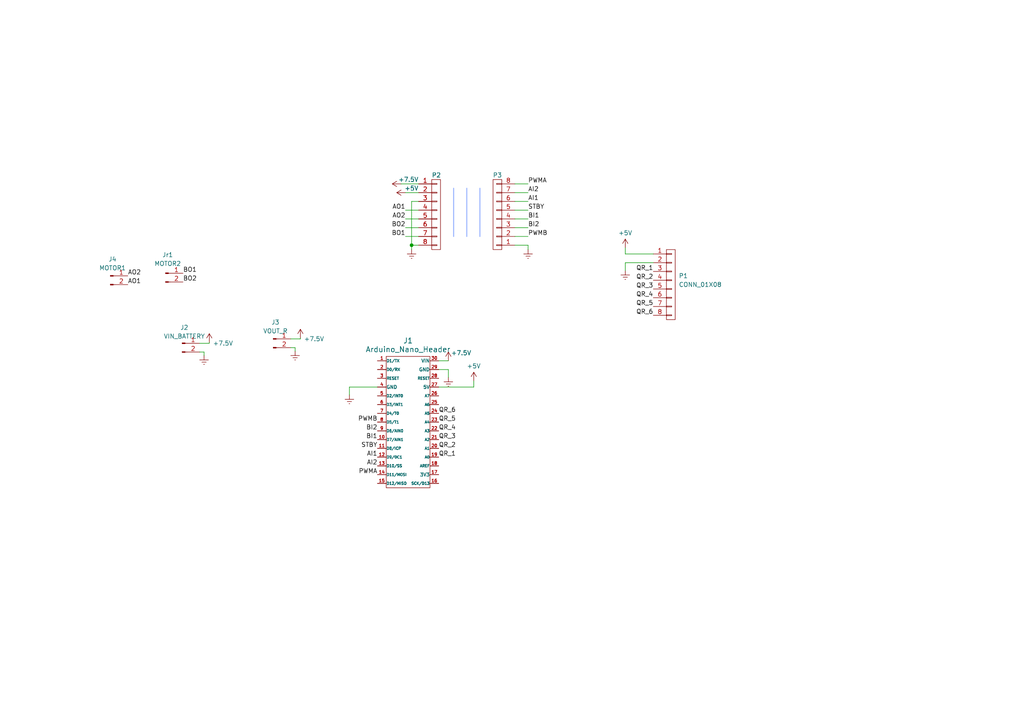
<source format=kicad_sch>
(kicad_sch (version 20230121) (generator eeschema)
  (paper "A4")
  (lib_symbols
    (symbol "Connector:Conn_01x02_Pin" (pin_names (offset 1.016) hide)
      (property "Reference" "J" (at 0 2.54 0))
      (property "Value" "Conn_01x02_Pin" (at 0 -5.08 0))
      (symbol "Conn_01x02_Pin_1_1"
        (polyline (pts (xy 1.27 -2.54) (xy 0.8636 -2.54)) (stroke (width 0.1524)))
        (polyline (pts (xy 1.27 0) (xy 0.8636 0)) (stroke (width 0.1524)))
        (rectangle (start 0.8636 -2.413) (end 0 -2.667) (stroke (width 0.1524)) (fill (type outline)))
        (rectangle (start 0.8636 0.127) (end 0 -0.127) (stroke (width 0.1524)) (fill (type outline)))
        (pin passive line (at 5.08 0 180) (length 3.81) (name "Pin_1") (number "1"))
        (pin passive line (at 5.08 -2.54 180) (length 3.81) (name "Pin_2") (number "2"))
      )
    )
    (symbol "EESTN5:Arduino_Nano_Header" (pin_names (offset 0.0254))
      (property "Reference" "J" (at 0 20.32 0))
      (property "Value" "Arduino_Nano_Header" (at 0 -20.32 0))
      (symbol "Arduino_Nano_Header_0_1"
        (rectangle (start 6.35 -19.05) (end -6.35 19.05))
      )
      (symbol "Arduino_Nano_Header_1_1"
        (pin passive line (at -8.89 17.78 0) (length 2.54) (name "D1/TX") (number "1"))
        (pin passive line (at -8.89 -5.08 0) (length 2.54) (name "D7/AIN1") (number "10"))
        (pin passive line (at -8.89 -7.62 0) (length 2.54) (name "D8/ICP") (number "11"))
        (pin passive line (at -8.89 -10.16 0) (length 2.54) (name "D9/0C1") (number "12"))
        (pin passive line (at -8.89 -12.7 0) (length 2.54) (name "D10/SS") (number "13"))
        (pin passive line (at -8.89 -15.24 0) (length 2.54) (name "D11/MOSI") (number "14"))
        (pin passive line (at -8.89 -17.78 0) (length 2.54) (name "D12/MISO") (number "15"))
        (pin passive line (at 8.89 -17.78 180) (length 2.54) (name "SCK/D13") (number "16"))
        (pin passive line (at 8.89 -15.24 180) (length 2.54) (name "3V3") (number "17"))
        (pin passive line (at 8.89 -12.7 180) (length 2.54) (name "AREF") (number "18"))
        (pin passive line (at 8.89 -10.16 180) (length 2.54) (name "A0") (number "19"))
        (pin passive line (at -8.89 15.24 0) (length 2.54) (name "D0/RX") (number "2"))
        (pin passive line (at 8.89 -7.62 180) (length 2.54) (name "A1") (number "20"))
        (pin passive line (at 8.89 -5.08 180) (length 2.54) (name "A2") (number "21"))
        (pin passive line (at 8.89 -2.54 180) (length 2.54) (name "A3") (number "22"))
        (pin passive line (at 8.89 0 180) (length 2.54) (name "A4") (number "23"))
        (pin passive line (at 8.89 2.54 180) (length 2.54) (name "A5") (number "24"))
        (pin passive line (at 8.89 5.08 180) (length 2.54) (name "A6") (number "25"))
        (pin passive line (at 8.89 7.62 180) (length 2.54) (name "A7") (number "26"))
        (pin passive line (at 8.89 10.16 180) (length 2.54) (name "5V") (number "27"))
        (pin passive line (at 8.89 12.7 180) (length 2.54) (name "RESET") (number "28"))
        (pin passive line (at 8.89 15.24 180) (length 2.54) (name "GND") (number "29"))
        (pin passive line (at -8.89 12.7 0) (length 2.54) (name "RESET") (number "3"))
        (pin passive line (at 8.89 17.78 180) (length 2.54) (name "VIN") (number "30"))
        (pin passive line (at -8.89 10.16 0) (length 2.54) (name "GND") (number "4"))
        (pin passive line (at -8.89 7.62 0) (length 2.54) (name "D2/INT0") (number "5"))
        (pin passive line (at -8.89 5.08 0) (length 2.54) (name "D3/INT1") (number "6"))
        (pin passive line (at -8.89 2.54 0) (length 2.54) (name "D4/T0") (number "7"))
        (pin passive line (at -8.89 0 0) (length 2.54) (name "D5/T1") (number "8"))
        (pin passive line (at -8.89 -2.54 0) (length 2.54) (name "D6/AIN0") (number "9"))
      )
    )
    (symbol "EESTN5:CONN_01X08" (pin_names (offset 1.016) hide)
      (property "Reference" "P" (at 0 11.43 0))
      (property "Value" "CONN_01X08" (at 2.54 0 90))
      (symbol "CONN_01X08_0_1"
        (rectangle (start -1.27 -10.16) (end 1.27 10.16))
        (rectangle (start -1.27 -8.763) (end 0.254 -9.017))
        (rectangle (start -1.27 -6.223) (end 0.254 -6.477))
        (rectangle (start -1.27 -3.683) (end 0.254 -3.937))
        (rectangle (start -1.27 -1.143) (end 0.254 -1.397))
        (rectangle (start -1.27 1.397) (end 0.254 1.143))
        (rectangle (start -1.27 3.937) (end 0.254 3.683))
        (rectangle (start -1.27 6.477) (end 0.254 6.223))
        (rectangle (start -1.27 9.017) (end 0.254 8.763))
      )
      (symbol "CONN_01X08_1_1"
        (pin passive line (at -5.08 8.89 0) (length 3.81) (name "P1") (number "1"))
        (pin passive line (at -5.08 6.35 0) (length 3.81) (name "P2") (number "2"))
        (pin passive line (at -5.08 3.81 0) (length 3.81) (name "P3") (number "3"))
        (pin passive line (at -5.08 1.27 0) (length 3.81) (name "P4") (number "4"))
        (pin passive line (at -5.08 -1.27 0) (length 3.81) (name "P5") (number "5"))
        (pin passive line (at -5.08 -3.81 0) (length 3.81) (name "P6") (number "6"))
        (pin passive line (at -5.08 -6.35 0) (length 3.81) (name "P7") (number "7"))
        (pin passive line (at -5.08 -8.89 0) (length 3.81) (name "P8") (number "8"))
      )
    )
    (symbol "power:+5V" (power) (pin_names (offset 0))
      (property "Value" "+5V" (at 0 3.556 0))
      (symbol "+5V_0_1"
        (polyline (pts (xy -0.762 1.27) (xy 0 2.54)))
        (polyline (pts (xy 0 0) (xy 0 2.54)))
        (polyline (pts (xy 0 2.54) (xy 0.762 1.27)))
      )
      (symbol "+5V_1_1"
        (pin power_in line (at 0 0 90) (length 0) hide (name "+5V") (number "1"))
      )
    )
    (symbol "power:+7.5V" (power) (pin_names (offset 0))
      (property "Value" "+7.5V" (at 0 3.556 0))
      (symbol "+7.5V_0_1"
        (polyline (pts (xy -0.762 1.27) (xy 0 2.54)))
        (polyline (pts (xy 0 0) (xy 0 2.54)))
        (polyline (pts (xy 0 2.54) (xy 0.762 1.27)))
      )
      (symbol "+7.5V_1_1"
        (pin power_in line (at 0 0 90) (length 0) hide (name "+7.5V") (number "1"))
      )
    )
    (symbol "power:Earth" (power) (pin_names (offset 0))
      (symbol "Earth_0_1"
        (polyline (pts (xy -0.635 -1.905) (xy 0.635 -1.905)))
        (polyline (pts (xy -0.127 -2.54) (xy 0.127 -2.54)))
        (polyline (pts (xy 0 -1.27) (xy 0 0)))
        (polyline (pts (xy 1.27 -1.27) (xy -1.27 -1.27)))
      )
      (symbol "Earth_1_1"
        (pin power_in line (at 0 0 270) (length 0) hide (name "Earth") (number "1"))
      )
    )
  )
  (junction (at 119.38 71.12))
  (wire (pts (xy 59.182 103.124) (xy 59.182 102.108)))
  (wire (pts (xy 149.352 63.5) (xy 153.162 63.5)))
  (wire (pts (xy 119.38 72.39) (xy 119.38 71.12)))
  (wire (pts (xy 119.38 58.42) (xy 121.412 58.42)))
  (wire (pts (xy 117.602 66.04) (xy 121.412 66.04)))
  (wire (pts (xy 59.182 102.108) (xy 57.912 102.108)))
  (wire (pts (xy 153.162 71.12) (xy 153.162 72.39)))
  (wire (pts (xy 127.254 107.188) (xy 130.048 107.188)))
  (wire (pts (xy 130.048 107.188) (xy 130.048 109.474)))
  (wire (pts (xy 117.602 68.58) (xy 121.412 68.58)))
  (wire (pts (xy 119.38 71.12) (xy 121.412 71.12)))
  (wire (pts (xy 85.598 100.838) (xy 84.328 100.838)))
  (wire (pts (xy 60.706 99.568) (xy 60.706 99.314)))
  (wire (pts (xy 149.352 66.04) (xy 153.162 66.04)))
  (wire (pts (xy 149.352 58.42) (xy 153.162 58.42)))
  (wire (pts (xy 189.484 76.2) (xy 181.356 76.2)))
  (wire (pts (xy 109.474 112.268) (xy 101.346 112.268)))
  (wire (pts (xy 87.122 98.298) (xy 87.122 98.044)))
  (wire (pts (xy 119.38 71.12) (xy 119.38 58.42)))
  (wire (pts (xy 127.254 104.648) (xy 130.048 104.648)))
  (wire (pts (xy 137.414 110.49) (xy 137.414 112.268)))
  (wire (pts (xy 149.352 55.88) (xy 153.162 55.88)))
  (bus (pts (xy 139.192 54.61) (xy 139.192 68.58)) (stroke (width 0) (color 155 181 255 1)))
  (wire (pts (xy 84.328 98.298) (xy 87.122 98.298)))
  (wire (pts (xy 181.356 71.882) (xy 181.356 73.66)))
  (bus (pts (xy 131.572 54.61) (xy 131.572 68.58)) (stroke (width 0) (color 155 181 255 1)))
  (wire (pts (xy 117.602 63.5) (xy 121.412 63.5)))
  (wire (pts (xy 57.912 99.568) (xy 60.706 99.568)))
  (wire (pts (xy 153.162 71.12) (xy 149.352 71.12)))
  (wire (pts (xy 117.602 55.88) (xy 121.412 55.88)))
  (wire (pts (xy 149.352 68.58) (xy 153.162 68.58)))
  (wire (pts (xy 181.356 73.66) (xy 189.484 73.66)))
  (wire (pts (xy 101.346 112.268) (xy 101.346 114.554)))
  (wire (pts (xy 181.356 76.2) (xy 181.356 78.486)))
  (wire (pts (xy 85.598 101.854) (xy 85.598 100.838)))
  (wire (pts (xy 116.332 53.34) (xy 121.412 53.34)))
  (wire (pts (xy 149.352 53.34) (xy 153.162 53.34)))
  (bus (pts (xy 135.382 54.61) (xy 135.382 68.58)) (stroke (width 0) (color 155 181 255 1)))
  (wire (pts (xy 149.352 60.96) (xy 153.162 60.96)))
  (wire (pts (xy 137.414 112.268) (xy 127.254 112.268)))
  (wire (pts (xy 117.602 60.96) (xy 121.412 60.96)))
  (label "QR_5" (at 189.484 88.9 180))
  (label "QR_2" (at 189.484 81.28 180))
  (label "QR_3" (at 127.254 127.508 0))
  (label "QR_5" (at 127.254 122.428 0))
  (label "QR_6" (at 189.484 91.44 180))
  (label "QR_4" (at 127.254 124.968 0))
  (label "BI2" (at 153.162 66.04 0))
  (label "QR_6" (at 127.254 119.888 0))
  (label "BI1" (at 109.474 127.508 180))
  (label "STBY" (at 109.474 130.048 180))
  (label "BO2" (at 53.086 81.788 0))
  (label "PWMB" (at 153.162 68.58 0))
  (label "PWMB" (at 109.474 122.428 180))
  (label "PWMA" (at 153.162 53.34 0))
  (label "QR_4" (at 189.484 86.36 180))
  (label "AO2" (at 37.084 80.01 0))
  (label "AI1" (at 109.474 132.588 180))
  (label "AI1" (at 153.162 58.42 0))
  (label "PWMA" (at 109.474 137.668 180))
  (label "AI2" (at 153.162 55.88 0))
  (label "QR_1" (at 127.254 132.588 0))
  (label "STBY" (at 153.162 60.96 0))
  (label "BI2" (at 109.474 124.968 180))
  (label "BO1" (at 53.086 79.248 0))
  (label "AO1" (at 37.084 82.55 0))
  (label "AI2" (at 109.474 135.128 180))
  (label "BI1" (at 153.162 63.5 0))
  (label "QR_1" (at 189.484 78.74 180))
  (label "AO2" (at 117.602 63.5 180))
  (label "AO1" (at 117.602 60.96 180))
  (label "QR_2" (at 127.254 130.048 0))
  (label "BO1" (at 117.602 68.58 180))
  (label "BO2" (at 117.602 66.04 180))
  (label "QR_3" (at 189.484 83.82 180))
  (symbol (lib_id "Connector:Conn_01x02_Pin") (at 79.248 98.298 0) (unit 1)
    (property "Reference" "J3" (at 79.883 93.472 0))
    (property "Value" "VOUT_R" (at 79.883 96.012 0))
    (property "Footprint" "Connector_PinHeader_2.00mm:PinHeader_1x02_P2.00mm_Vertical" (effects hide))
  )
  (symbol (lib_id "power:Earth") (at 130.048 109.474 0) (unit 1)
    (property "Reference" "#PWR05" (effects hide))
    (property "Value" "Earth" (effects hide))
  )
  (symbol (lib_id "power:Earth") (at 101.346 114.554 0) (unit 1)
    (property "Reference" "#PWR04" (effects hide))
    (property "Value" "Earth" (effects hide))
  )
  (symbol (lib_id "power:Earth") (at 85.598 101.854 0) (unit 1)
    (property "Reference" "#PWR011" (effects hide))
    (property "Value" "Earth" (effects hide))
  )
  (symbol (lib_id "power:+7.5V") (at 116.332 53.34 90) (unit 1)
    (property "Reference" "#PWR07" (effects hide))
    (property "Value" "+7.5V" (at 121.412 52.07 90) (effects (justify left)))
  )
  (symbol (lib_id "power:Earth") (at 59.182 103.124 0) (unit 1)
    (property "Reference" "#PWR06" (effects hide))
    (property "Value" "Earth" (effects hide))
  )
  (symbol (lib_id "Connector:Conn_01x02_Pin") (at 32.004 80.01 0) (unit 1)
    (property "Reference" "J4" (at 32.639 75.184 0))
    (property "Value" "MOTOR1" (at 32.639 77.724 0))
    (property "Footprint" "EESTN5:BORNERA2_AZUL" (effects hide))
  )
  (symbol (lib_id "Connector:Conn_01x02_Pin") (at 52.832 99.568 0) (unit 1)
    (property "Reference" "J2" (at 53.467 94.996 0))
    (property "Value" "VIN_BATTERY" (at 53.467 97.536 0))
    (property "Footprint" "Connector_PinHeader_2.00mm:PinHeader_1x02_P2.00mm_Vertical" (effects hide))
  )
  (symbol (lib_id "power:Earth") (at 119.38 72.39 0) (unit 1)
    (property "Reference" "#PWR09" (effects hide))
    (property "Value" "Earth" (effects hide))
  )
  (symbol (lib_id "power:Earth") (at 181.356 78.486 0) (unit 1)
    (property "Reference" "#PWR02" (effects hide))
    (property "Value" "Earth" (effects hide))
  )
  (symbol (lib_id "power:+5V") (at 117.602 55.88 90) (unit 1)
    (property "Reference" "#PWR08" (effects hide))
    (property "Value" "+5V" (at 121.412 54.61 90) (effects (justify left)))
  )
  (symbol (lib_id "power:+7.5V") (at 130.048 104.648 0) (unit 1)
    (property "Reference" "#PWR014" (effects hide))
    (property "Value" "+7.5V" (at 130.81 102.362 0) (effects (justify left)))
  )
  (symbol (lib_id "power:Earth") (at 153.162 72.39 0) (unit 1)
    (property "Reference" "#PWR010" (effects hide))
    (property "Value" "Earth" (effects hide))
  )
  (symbol (lib_id "power:+7.5V") (at 87.122 98.044 0) (unit 1)
    (property "Reference" "#PWR013" (effects hide))
    (property "Value" "+7.5V" (at 88.138 98.298 0) (effects (justify left)))
  )
  (symbol (lib_id "power:+5V") (at 181.356 71.882 0) (unit 1)
    (property "Reference" "#PWR01" (effects hide))
    (property "Value" "+5V" (at 181.356 67.564 0))
  )
  (symbol (lib_id "power:+7.5V") (at 60.706 99.314 0) (unit 1)
    (property "Reference" "#PWR012" (effects hide))
    (property "Value" "+7.5V" (at 61.722 99.568 0) (effects (justify left)))
  )
  (symbol (lib_id "EESTN5:CONN_01X08") (at 144.272 62.23 180) (unit 1)
    (property "Reference" "P3" (at 144.272 50.8 0))
    (property "Value" "CONN_01X08" (effects hide))
    (property "Footprint" "EESTN5:Socket_Strip_Straight_1x08" (effects hide))
  )
  (symbol (lib_id "EESTN5:Arduino_Nano_Header") (at 118.364 122.428 0) (unit 1)
    (property "Reference" "J1" (at 118.364 98.806 0) (effects (font (size 1.524 1.524))))
    (property "Value" "Arduino_Nano_Header" (at 118.364 101.346 0) (effects (font (size 1.524 1.524))))
    (property "Footprint" "Module:Arduino_Nano" (effects hide))
  )
  (symbol (lib_id "Connector:Conn_01x02_Pin") (at 48.006 79.248 0) (unit 1)
    (property "Reference" "Jr1" (at 48.641 73.914 0))
    (property "Value" "MOTOR2" (at 48.641 76.454 0))
    (property "Footprint" "EESTN5:BORNERA2_AZUL" (effects hide))
  )
  (symbol (lib_id "power:+5V") (at 137.414 110.49 0) (mirror y) (unit 1)
    (property "Reference" "#PWR03" (effects hide))
    (property "Value" "+5V" (at 137.414 106.172 0))
  )
  (symbol (lib_id "EESTN5:CONN_01X08") (at 194.564 82.55 0) (unit 1)
    (property "Reference" "P1" (at 196.85 80.01 0) (effects (justify left)))
    (property "Value" "CONN_01X08" (at 196.85 82.55 0) (effects (justify left)))
    (property "Footprint" "EESTN5:Pin_Header_Straight_1x08" (effects hide))
  )
  (symbol (lib_id "EESTN5:CONN_01X08") (at 126.492 62.23 0) (unit 1)
    (property "Reference" "P2" (at 125.222 50.8 0) (effects (justify left)))
    (property "Value" "CONN_01X08" (effects hide))
    (property "Footprint" "EESTN5:Socket_Strip_Straight_1x08" (effects hide))
  )
)
</source>
